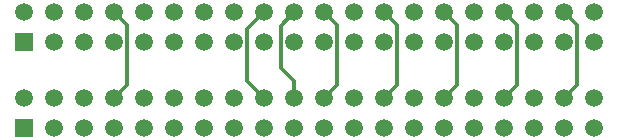
<source format=gbr>
G04 DipTrace 3.0.0.2*
G04 Top.gbr*
%MOMM*%
G04 #@! TF.FileFunction,Copper,L1,Top*
G04 #@! TF.Part,Single*
G04 #@! TA.AperFunction,Conductor*
%ADD13C,0.3048*%
G04 #@! TA.AperFunction,ComponentPad*
%ADD14R,1.5X1.5*%
%ADD15C,1.5*%
%FSLAX35Y35*%
G04*
G71*
G90*
G75*
G01*
G04 Top*
%LPD*%
X4737000Y418000D2*
D13*
X4848900Y529900D1*
Y1031433D1*
X4738333Y1142000D1*
X4229000Y418000D2*
X4340900Y529900D1*
Y1031433D1*
X4230333Y1142000D1*
X3721000Y418000D2*
X3832900Y529900D1*
Y1031433D1*
X3722333Y1142000D1*
X3213000Y418000D2*
X3324900Y529900D1*
Y1031433D1*
X3214333Y1142000D1*
X927000Y418000D2*
X1038900Y529900D1*
Y1031433D1*
X928333Y1142000D1*
X2197000Y418000D2*
X2054900Y560100D1*
Y998567D1*
X2198333Y1142000D1*
X2451000Y418000D2*
Y560270D1*
X2340450Y670820D1*
Y1030117D1*
X2452333Y1142000D1*
X2705000Y418000D2*
X2816900Y529900D1*
Y1031433D1*
X2706333Y1142000D1*
D14*
X165000Y164000D3*
D15*
Y418000D3*
X419000Y164000D3*
Y418000D3*
X673000Y164000D3*
Y418000D3*
X927000Y164000D3*
Y418000D3*
X1181000Y164000D3*
Y418000D3*
X1435000Y164000D3*
Y418000D3*
X1689000Y164000D3*
Y418000D3*
X1943000Y164000D3*
Y418000D3*
X2197000Y164000D3*
Y418000D3*
X2451000Y164000D3*
Y418000D3*
X2705000Y164000D3*
Y418000D3*
X2959000Y164000D3*
Y418000D3*
X3213000Y164000D3*
Y418000D3*
X3467000Y164000D3*
Y418000D3*
X3721000Y164000D3*
Y418000D3*
X3975000Y164000D3*
Y418000D3*
X4229000Y164000D3*
Y418000D3*
X4483000Y164000D3*
Y418000D3*
X4737000Y164000D3*
Y418000D3*
X4991000Y164000D3*
Y418000D3*
D14*
X166333Y888000D3*
D15*
Y1142000D3*
X420333Y888000D3*
Y1142000D3*
X674333Y888000D3*
Y1142000D3*
X928333Y888000D3*
Y1142000D3*
X1182333Y888000D3*
Y1142000D3*
X1436333Y888000D3*
Y1142000D3*
X1690333Y888000D3*
Y1142000D3*
X1944333Y888000D3*
Y1142000D3*
X2198333Y888000D3*
Y1142000D3*
X2452333Y888000D3*
Y1142000D3*
X2706333Y888000D3*
Y1142000D3*
X2960333Y888000D3*
Y1142000D3*
X3214333Y888000D3*
Y1142000D3*
X3468333Y888000D3*
Y1142000D3*
X3722333Y888000D3*
Y1142000D3*
X3976333Y888000D3*
Y1142000D3*
X4230333Y888000D3*
Y1142000D3*
X4484333Y888000D3*
Y1142000D3*
X4738333Y888000D3*
Y1142000D3*
X4992333Y888000D3*
Y1142000D3*
M02*

</source>
